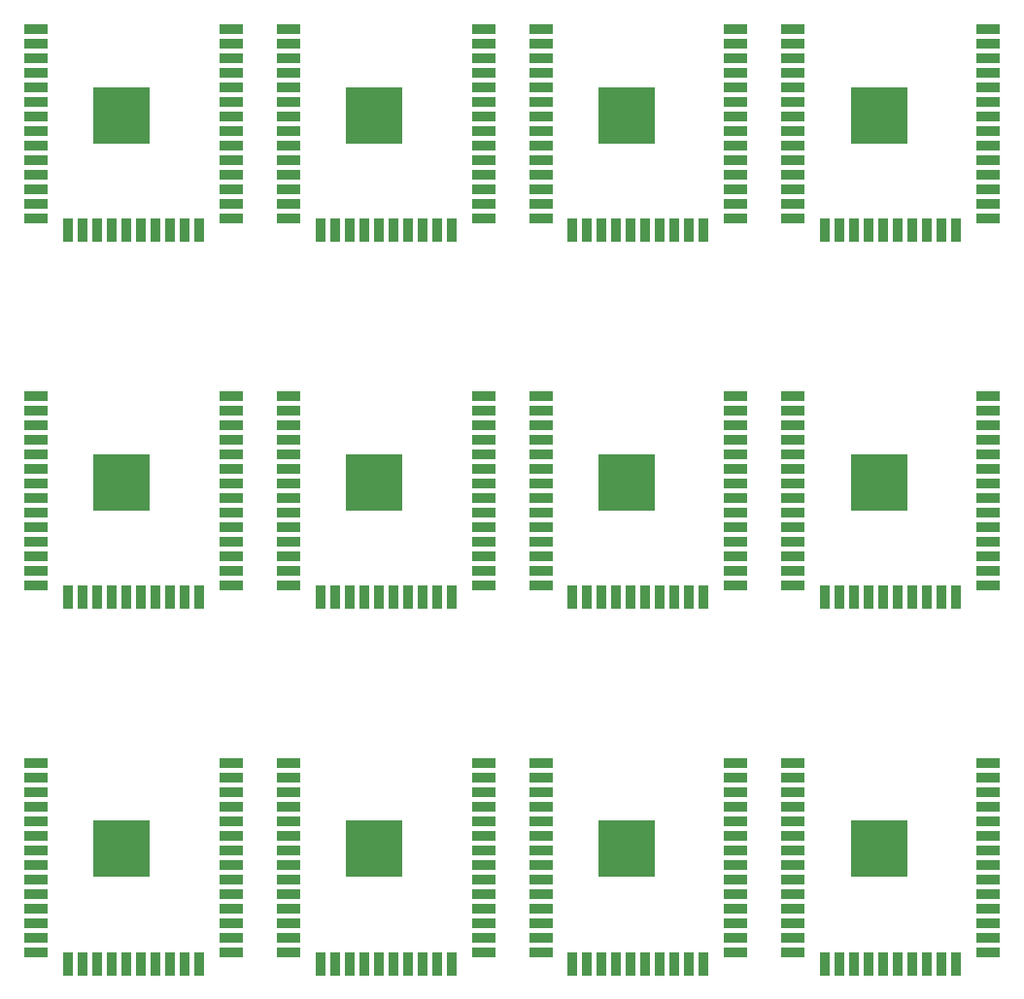
<source format=gts>
%MOIN*%
%OFA0B0*%
%FSLAX46Y46*%
%IPPOS*%
%LPD*%
%ADD10R,0.19685039370078741X0.19685039370078741*%
%ADD11R,0.07874015748031496X0.035433070866141732*%
%ADD12R,0.035433070866141732X0.07874015748031496*%
%ADD23R,0.19685039370078741X0.19685039370078741*%
%ADD24R,0.07874015748031496X0.035433070866141732*%
%ADD25R,0.035433070866141732X0.07874015748031496*%
%ADD26R,0.19685039370078741X0.19685039370078741*%
%ADD27R,0.07874015748031496X0.035433070866141732*%
%ADD28R,0.035433070866141732X0.07874015748031496*%
%ADD29R,0.19685039370078741X0.19685039370078741*%
%ADD30R,0.07874015748031496X0.035433070866141732*%
%ADD31R,0.035433070866141732X0.07874015748031496*%
%ADD32R,0.19685039370078741X0.19685039370078741*%
%ADD33R,0.07874015748031496X0.035433070866141732*%
%ADD34R,0.035433070866141732X0.07874015748031496*%
%ADD35R,0.19685039370078741X0.19685039370078741*%
%ADD36R,0.07874015748031496X0.035433070866141732*%
%ADD37R,0.035433070866141732X0.07874015748031496*%
%ADD38R,0.19685039370078741X0.19685039370078741*%
%ADD39R,0.07874015748031496X0.035433070866141732*%
%ADD40R,0.035433070866141732X0.07874015748031496*%
%ADD41R,0.19685039370078741X0.19685039370078741*%
%ADD42R,0.07874015748031496X0.035433070866141732*%
%ADD43R,0.035433070866141732X0.07874015748031496*%
%ADD44R,0.19685039370078741X0.19685039370078741*%
%ADD45R,0.07874015748031496X0.035433070866141732*%
%ADD46R,0.035433070866141732X0.07874015748031496*%
%ADD47R,0.19685039370078741X0.19685039370078741*%
%ADD48R,0.07874015748031496X0.035433070866141732*%
%ADD49R,0.035433070866141732X0.07874015748031496*%
%ADD50R,0.19685039370078741X0.19685039370078741*%
%ADD51R,0.07874015748031496X0.035433070866141732*%
%ADD52R,0.035433070866141732X0.07874015748031496*%
%ADD53R,0.19685039370078741X0.19685039370078741*%
%ADD54R,0.07874015748031496X0.035433070866141732*%
%ADD55R,0.035433070866141732X0.07874015748031496*%
G01*
D10*
X-0003937007Y0005905511D02*
X0000354330Y0000541535D03*
D11*
X0000059055Y0000836810D03*
X0000059055Y0000786811D03*
X0000059055Y0000736811D03*
X0000059055Y0000686810D03*
X0000059055Y0000636811D03*
X0000059055Y0000586811D03*
X0000059055Y0000536810D03*
X0000059055Y0000486811D03*
X0000059055Y0000436810D03*
X0000059055Y0000386810D03*
X0000059055Y0000336811D03*
X0000059055Y0000286810D03*
X0000059055Y0000236810D03*
X0000059055Y0000186811D03*
D12*
X0000168700Y0000147440D03*
X0000218700Y0000147440D03*
X0000268700Y0000147440D03*
X0000318700Y0000147440D03*
X0000368700Y0000147440D03*
X0000418700Y0000147440D03*
X0000468700Y0000147440D03*
X0000518700Y0000147440D03*
X0000568700Y0000147440D03*
X0000618700Y0000147440D03*
D11*
X0000728346Y0000186811D03*
X0000728346Y0000236810D03*
X0000728346Y0000286810D03*
X0000728346Y0000336811D03*
X0000728346Y0000386810D03*
X0000728346Y0000436810D03*
X0000728346Y0000486811D03*
X0000728346Y0000536810D03*
X0000728346Y0000586811D03*
X0000728346Y0000636811D03*
X0000728346Y0000686810D03*
X0000728346Y0000736811D03*
X0000728346Y0000786811D03*
X0000728346Y0000836810D03*
G04 next file*
G04 #@! TF.GenerationSoftware,KiCad,Pcbnew,(5.1.10)-1*
G04 #@! TF.CreationDate,2021-06-29T15:19:49+09:00*
G04 #@! TF.ProjectId,BLE_PPG_v1.1,424c455f-5050-4475-9f76-312e312e6b69,rev?*
G04 #@! TF.SameCoordinates,Original*
G04 #@! TF.FileFunction,Soldermask,Top*
G04 #@! TF.FilePolarity,Negative*
G04 Gerber Fmt 4.6, Leading zero omitted, Abs format (unit mm)*
G04 Created by KiCad (PCBNEW (5.1.10)-1) date 2021-06-29 15:19:49*
G01*
G04 APERTURE LIST*
G04 APERTURE END LIST*
D23*
X-0002204724Y0007165354D02*
X0002086614Y0001801377D03*
D24*
X0001791338Y0002096653D03*
X0001791338Y0002046653D03*
X0001791338Y0001996653D03*
X0001791338Y0001946653D03*
X0001791338Y0001896653D03*
X0001791338Y0001846653D03*
X0001791338Y0001796653D03*
X0001791338Y0001746653D03*
X0001791338Y0001696653D03*
X0001791338Y0001646653D03*
X0001791338Y0001596653D03*
X0001791338Y0001546653D03*
X0001791338Y0001496653D03*
X0001791338Y0001446653D03*
D25*
X0001900984Y0001407283D03*
X0001950984Y0001407283D03*
X0002000984Y0001407283D03*
X0002050984Y0001407283D03*
X0002100984Y0001407283D03*
X0002150984Y0001407283D03*
X0002200984Y0001407283D03*
X0002250984Y0001407283D03*
X0002300984Y0001407283D03*
X0002350984Y0001407283D03*
D24*
X0002460629Y0001446653D03*
X0002460629Y0001496653D03*
X0002460629Y0001546653D03*
X0002460629Y0001596653D03*
X0002460629Y0001646653D03*
X0002460629Y0001696653D03*
X0002460629Y0001746653D03*
X0002460629Y0001796653D03*
X0002460629Y0001846653D03*
X0002460629Y0001896653D03*
X0002460629Y0001946653D03*
X0002460629Y0001996653D03*
X0002460629Y0002046653D03*
X0002460629Y0002096653D03*
G04 next file*
G04 #@! TF.GenerationSoftware,KiCad,Pcbnew,(5.1.10)-1*
G04 #@! TF.CreationDate,2021-06-29T14:50:17+09:00*
G04 #@! TF.ProjectId,ble_spo2_dgmif,626c655f-7370-46f3-925f-64676d69662e,rev?*
G04 #@! TF.SameCoordinates,Original*
G04 #@! TF.FileFunction,Soldermask,Top*
G04 #@! TF.FilePolarity,Negative*
G04 Gerber Fmt 4.6, Leading zero omitted, Abs format (unit mm)*
G04 Created by KiCad (PCBNEW (5.1.10)-1) date 2021-06-29 14:50:17*
G01*
G04 APERTURE LIST*
G04 APERTURE END LIST*
D26*
X-0003937007Y0007165354D02*
X0000354330Y0001801377D03*
D27*
X0000059055Y0002096653D03*
X0000059055Y0002046653D03*
X0000059055Y0001996653D03*
X0000059055Y0001946653D03*
X0000059055Y0001896653D03*
X0000059055Y0001846653D03*
X0000059055Y0001796653D03*
X0000059055Y0001746653D03*
X0000059055Y0001696653D03*
X0000059055Y0001646653D03*
X0000059055Y0001596653D03*
X0000059055Y0001546653D03*
X0000059055Y0001496653D03*
X0000059055Y0001446653D03*
D28*
X0000168700Y0001407283D03*
X0000218700Y0001407283D03*
X0000268700Y0001407283D03*
X0000318700Y0001407283D03*
X0000368700Y0001407283D03*
X0000418700Y0001407283D03*
X0000468700Y0001407283D03*
X0000518700Y0001407283D03*
X0000568700Y0001407283D03*
X0000618700Y0001407283D03*
D27*
X0000728346Y0001446653D03*
X0000728346Y0001496653D03*
X0000728346Y0001546653D03*
X0000728346Y0001596653D03*
X0000728346Y0001646653D03*
X0000728346Y0001696653D03*
X0000728346Y0001746653D03*
X0000728346Y0001796653D03*
X0000728346Y0001846653D03*
X0000728346Y0001896653D03*
X0000728346Y0001946653D03*
X0000728346Y0001996653D03*
X0000728346Y0002046653D03*
X0000728346Y0002096653D03*
G04 next file*
G04 #@! TF.GenerationSoftware,KiCad,Pcbnew,(5.1.10)-1*
G04 #@! TF.CreationDate,2021-06-29T14:50:17+09:00*
G04 #@! TF.ProjectId,ble_spo2_dgmif,626c655f-7370-46f3-925f-64676d69662e,rev?*
G04 #@! TF.SameCoordinates,Original*
G04 #@! TF.FileFunction,Soldermask,Top*
G04 #@! TF.FilePolarity,Negative*
G04 Gerber Fmt 4.6, Leading zero omitted, Abs format (unit mm)*
G04 Created by KiCad (PCBNEW (5.1.10)-1) date 2021-06-29 14:50:17*
G01*
G04 APERTURE LIST*
G04 APERTURE END LIST*
D29*
X-0003070866Y0005905511D02*
X0001220472Y0000541535D03*
D30*
X0000925196Y0000836810D03*
X0000925196Y0000786811D03*
X0000925196Y0000736811D03*
X0000925196Y0000686810D03*
X0000925196Y0000636811D03*
X0000925196Y0000586811D03*
X0000925196Y0000536810D03*
X0000925196Y0000486811D03*
X0000925196Y0000436810D03*
X0000925196Y0000386810D03*
X0000925196Y0000336811D03*
X0000925196Y0000286810D03*
X0000925196Y0000236810D03*
X0000925196Y0000186811D03*
D31*
X0001034842Y0000147440D03*
X0001084842Y0000147440D03*
X0001134842Y0000147440D03*
X0001184842Y0000147440D03*
X0001234842Y0000147440D03*
X0001284842Y0000147440D03*
X0001334842Y0000147440D03*
X0001384842Y0000147440D03*
X0001434842Y0000147440D03*
X0001484842Y0000147440D03*
D30*
X0001594488Y0000186811D03*
X0001594488Y0000236810D03*
X0001594488Y0000286810D03*
X0001594488Y0000336811D03*
X0001594488Y0000386810D03*
X0001594488Y0000436810D03*
X0001594488Y0000486811D03*
X0001594488Y0000536810D03*
X0001594488Y0000586811D03*
X0001594488Y0000636811D03*
X0001594488Y0000686810D03*
X0001594488Y0000736811D03*
X0001594488Y0000786811D03*
X0001594488Y0000836810D03*
G04 next file*
G04 #@! TF.GenerationSoftware,KiCad,Pcbnew,(5.1.10)-1*
G04 #@! TF.CreationDate,2021-06-29T15:19:49+09:00*
G04 #@! TF.ProjectId,BLE_PPG_v1.1,424c455f-5050-4475-9f76-312e312e6b69,rev?*
G04 #@! TF.SameCoordinates,Original*
G04 #@! TF.FileFunction,Soldermask,Top*
G04 #@! TF.FilePolarity,Negative*
G04 Gerber Fmt 4.6, Leading zero omitted, Abs format (unit mm)*
G04 Created by KiCad (PCBNEW (5.1.10)-1) date 2021-06-29 15:19:49*
G01*
G04 APERTURE LIST*
G04 APERTURE END LIST*
D32*
X-0002204724Y0005905511D02*
X0002086614Y0000541535D03*
D33*
X0001791338Y0000836810D03*
X0001791338Y0000786811D03*
X0001791338Y0000736811D03*
X0001791338Y0000686810D03*
X0001791338Y0000636811D03*
X0001791338Y0000586811D03*
X0001791338Y0000536810D03*
X0001791338Y0000486811D03*
X0001791338Y0000436810D03*
X0001791338Y0000386810D03*
X0001791338Y0000336811D03*
X0001791338Y0000286810D03*
X0001791338Y0000236810D03*
X0001791338Y0000186811D03*
D34*
X0001900984Y0000147440D03*
X0001950984Y0000147440D03*
X0002000984Y0000147440D03*
X0002050984Y0000147440D03*
X0002100984Y0000147440D03*
X0002150984Y0000147440D03*
X0002200984Y0000147440D03*
X0002250984Y0000147440D03*
X0002300984Y0000147440D03*
X0002350984Y0000147440D03*
D33*
X0002460629Y0000186811D03*
X0002460629Y0000236810D03*
X0002460629Y0000286810D03*
X0002460629Y0000336811D03*
X0002460629Y0000386810D03*
X0002460629Y0000436810D03*
X0002460629Y0000486811D03*
X0002460629Y0000536810D03*
X0002460629Y0000586811D03*
X0002460629Y0000636811D03*
X0002460629Y0000686810D03*
X0002460629Y0000736811D03*
X0002460629Y0000786811D03*
X0002460629Y0000836810D03*
G04 next file*
G04 #@! TF.GenerationSoftware,KiCad,Pcbnew,(5.1.10)-1*
G04 #@! TF.CreationDate,2021-06-29T15:19:49+09:00*
G04 #@! TF.ProjectId,BLE_PPG_v1.1,424c455f-5050-4475-9f76-312e312e6b69,rev?*
G04 #@! TF.SameCoordinates,Original*
G04 #@! TF.FileFunction,Soldermask,Top*
G04 #@! TF.FilePolarity,Negative*
G04 Gerber Fmt 4.6, Leading zero omitted, Abs format (unit mm)*
G04 Created by KiCad (PCBNEW (5.1.10)-1) date 2021-06-29 15:19:49*
G01*
G04 APERTURE LIST*
G04 APERTURE END LIST*
D35*
X-0001338582Y0005905511D02*
X0002952755Y0000541535D03*
D36*
X0002657480Y0000836810D03*
X0002657480Y0000786811D03*
X0002657480Y0000736811D03*
X0002657480Y0000686810D03*
X0002657480Y0000636811D03*
X0002657480Y0000586811D03*
X0002657480Y0000536810D03*
X0002657480Y0000486811D03*
X0002657480Y0000436810D03*
X0002657480Y0000386810D03*
X0002657480Y0000336811D03*
X0002657480Y0000286810D03*
X0002657480Y0000236810D03*
X0002657480Y0000186811D03*
D37*
X0002767125Y0000147440D03*
X0002817125Y0000147440D03*
X0002867125Y0000147440D03*
X0002917125Y0000147440D03*
X0002967125Y0000147440D03*
X0003017125Y0000147440D03*
X0003067125Y0000147440D03*
X0003117125Y0000147440D03*
X0003167125Y0000147440D03*
X0003217125Y0000147440D03*
D36*
X0003326771Y0000186811D03*
X0003326771Y0000236810D03*
X0003326771Y0000286810D03*
X0003326771Y0000336811D03*
X0003326771Y0000386810D03*
X0003326771Y0000436810D03*
X0003326771Y0000486811D03*
X0003326771Y0000536810D03*
X0003326771Y0000586811D03*
X0003326771Y0000636811D03*
X0003326771Y0000686810D03*
X0003326771Y0000736811D03*
X0003326771Y0000786811D03*
X0003326771Y0000836810D03*
G04 next file*
G04 #@! TF.GenerationSoftware,KiCad,Pcbnew,(5.1.10)-1*
G04 #@! TF.CreationDate,2021-06-29T14:50:17+09:00*
G04 #@! TF.ProjectId,ble_spo2_dgmif,626c655f-7370-46f3-925f-64676d69662e,rev?*
G04 #@! TF.SameCoordinates,Original*
G04 #@! TF.FileFunction,Soldermask,Top*
G04 #@! TF.FilePolarity,Negative*
G04 Gerber Fmt 4.6, Leading zero omitted, Abs format (unit mm)*
G04 Created by KiCad (PCBNEW (5.1.10)-1) date 2021-06-29 14:50:17*
G01*
G04 APERTURE LIST*
G04 APERTURE END LIST*
D38*
X-0003070866Y0007165354D02*
X0001220472Y0001801377D03*
D39*
X0000925196Y0002096653D03*
X0000925196Y0002046653D03*
X0000925196Y0001996653D03*
X0000925196Y0001946653D03*
X0000925196Y0001896653D03*
X0000925196Y0001846653D03*
X0000925196Y0001796653D03*
X0000925196Y0001746653D03*
X0000925196Y0001696653D03*
X0000925196Y0001646653D03*
X0000925196Y0001596653D03*
X0000925196Y0001546653D03*
X0000925196Y0001496653D03*
X0000925196Y0001446653D03*
D40*
X0001034842Y0001407283D03*
X0001084842Y0001407283D03*
X0001134842Y0001407283D03*
X0001184842Y0001407283D03*
X0001234842Y0001407283D03*
X0001284842Y0001407283D03*
X0001334842Y0001407283D03*
X0001384842Y0001407283D03*
X0001434842Y0001407283D03*
X0001484842Y0001407283D03*
D39*
X0001594488Y0001446653D03*
X0001594488Y0001496653D03*
X0001594488Y0001546653D03*
X0001594488Y0001596653D03*
X0001594488Y0001646653D03*
X0001594488Y0001696653D03*
X0001594488Y0001746653D03*
X0001594488Y0001796653D03*
X0001594488Y0001846653D03*
X0001594488Y0001896653D03*
X0001594488Y0001946653D03*
X0001594488Y0001996653D03*
X0001594488Y0002046653D03*
X0001594488Y0002096653D03*
G04 next file*
G04 #@! TF.GenerationSoftware,KiCad,Pcbnew,(5.1.10)-1*
G04 #@! TF.CreationDate,2021-06-29T15:19:49+09:00*
G04 #@! TF.ProjectId,BLE_PPG_v1.1,424c455f-5050-4475-9f76-312e312e6b69,rev?*
G04 #@! TF.SameCoordinates,Original*
G04 #@! TF.FileFunction,Soldermask,Top*
G04 #@! TF.FilePolarity,Negative*
G04 Gerber Fmt 4.6, Leading zero omitted, Abs format (unit mm)*
G04 Created by KiCad (PCBNEW (5.1.10)-1) date 2021-06-29 15:19:49*
G01*
G04 APERTURE LIST*
G04 APERTURE END LIST*
D41*
X-0001338582Y0007165354D02*
X0002952755Y0001801377D03*
D42*
X0002657480Y0002096653D03*
X0002657480Y0002046653D03*
X0002657480Y0001996653D03*
X0002657480Y0001946653D03*
X0002657480Y0001896653D03*
X0002657480Y0001846653D03*
X0002657480Y0001796653D03*
X0002657480Y0001746653D03*
X0002657480Y0001696653D03*
X0002657480Y0001646653D03*
X0002657480Y0001596653D03*
X0002657480Y0001546653D03*
X0002657480Y0001496653D03*
X0002657480Y0001446653D03*
D43*
X0002767125Y0001407283D03*
X0002817125Y0001407283D03*
X0002867125Y0001407283D03*
X0002917125Y0001407283D03*
X0002967125Y0001407283D03*
X0003017125Y0001407283D03*
X0003067125Y0001407283D03*
X0003117125Y0001407283D03*
X0003167125Y0001407283D03*
X0003217125Y0001407283D03*
D42*
X0003326771Y0001446653D03*
X0003326771Y0001496653D03*
X0003326771Y0001546653D03*
X0003326771Y0001596653D03*
X0003326771Y0001646653D03*
X0003326771Y0001696653D03*
X0003326771Y0001746653D03*
X0003326771Y0001796653D03*
X0003326771Y0001846653D03*
X0003326771Y0001896653D03*
X0003326771Y0001946653D03*
X0003326771Y0001996653D03*
X0003326771Y0002046653D03*
X0003326771Y0002096653D03*
G04 next file*
G04 #@! TF.GenerationSoftware,KiCad,Pcbnew,(5.1.10)-1*
G04 #@! TF.CreationDate,2021-06-29T14:50:17+09:00*
G04 #@! TF.ProjectId,ble_spo2_dgmif,626c655f-7370-46f3-925f-64676d69662e,rev?*
G04 #@! TF.SameCoordinates,Original*
G04 #@! TF.FileFunction,Soldermask,Top*
G04 #@! TF.FilePolarity,Negative*
G04 Gerber Fmt 4.6, Leading zero omitted, Abs format (unit mm)*
G04 Created by KiCad (PCBNEW (5.1.10)-1) date 2021-06-29 14:50:17*
G01*
G04 APERTURE LIST*
G04 APERTURE END LIST*
D44*
X-0003937007Y0008425196D02*
X0000354330Y0003061220D03*
D45*
X0000059055Y0003356496D03*
X0000059055Y0003306496D03*
X0000059055Y0003256496D03*
X0000059055Y0003206496D03*
X0000059055Y0003156496D03*
X0000059055Y0003106496D03*
X0000059055Y0003056496D03*
X0000059055Y0003006496D03*
X0000059055Y0002956496D03*
X0000059055Y0002906496D03*
X0000059055Y0002856496D03*
X0000059055Y0002806496D03*
X0000059055Y0002756496D03*
X0000059055Y0002706496D03*
D46*
X0000168700Y0002667125D03*
X0000218700Y0002667125D03*
X0000268700Y0002667125D03*
X0000318700Y0002667125D03*
X0000368700Y0002667125D03*
X0000418700Y0002667125D03*
X0000468700Y0002667125D03*
X0000518700Y0002667125D03*
X0000568700Y0002667125D03*
X0000618700Y0002667125D03*
D45*
X0000728346Y0002706496D03*
X0000728346Y0002756496D03*
X0000728346Y0002806496D03*
X0000728346Y0002856496D03*
X0000728346Y0002906496D03*
X0000728346Y0002956496D03*
X0000728346Y0003006496D03*
X0000728346Y0003056496D03*
X0000728346Y0003106496D03*
X0000728346Y0003156496D03*
X0000728346Y0003206496D03*
X0000728346Y0003256496D03*
X0000728346Y0003306496D03*
X0000728346Y0003356496D03*
G04 next file*
G04 #@! TF.GenerationSoftware,KiCad,Pcbnew,(5.1.10)-1*
G04 #@! TF.CreationDate,2021-06-29T14:50:17+09:00*
G04 #@! TF.ProjectId,ble_spo2_dgmif,626c655f-7370-46f3-925f-64676d69662e,rev?*
G04 #@! TF.SameCoordinates,Original*
G04 #@! TF.FileFunction,Soldermask,Top*
G04 #@! TF.FilePolarity,Negative*
G04 Gerber Fmt 4.6, Leading zero omitted, Abs format (unit mm)*
G04 Created by KiCad (PCBNEW (5.1.10)-1) date 2021-06-29 14:50:17*
G01*
G04 APERTURE LIST*
G04 APERTURE END LIST*
D47*
X-0003070866Y0008425196D02*
X0001220472Y0003061220D03*
D48*
X0000925196Y0003356496D03*
X0000925196Y0003306496D03*
X0000925196Y0003256496D03*
X0000925196Y0003206496D03*
X0000925196Y0003156496D03*
X0000925196Y0003106496D03*
X0000925196Y0003056496D03*
X0000925196Y0003006496D03*
X0000925196Y0002956496D03*
X0000925196Y0002906496D03*
X0000925196Y0002856496D03*
X0000925196Y0002806496D03*
X0000925196Y0002756496D03*
X0000925196Y0002706496D03*
D49*
X0001034842Y0002667125D03*
X0001084842Y0002667125D03*
X0001134842Y0002667125D03*
X0001184842Y0002667125D03*
X0001234842Y0002667125D03*
X0001284842Y0002667125D03*
X0001334842Y0002667125D03*
X0001384842Y0002667125D03*
X0001434842Y0002667125D03*
X0001484842Y0002667125D03*
D48*
X0001594488Y0002706496D03*
X0001594488Y0002756496D03*
X0001594488Y0002806496D03*
X0001594488Y0002856496D03*
X0001594488Y0002906496D03*
X0001594488Y0002956496D03*
X0001594488Y0003006496D03*
X0001594488Y0003056496D03*
X0001594488Y0003106496D03*
X0001594488Y0003156496D03*
X0001594488Y0003206496D03*
X0001594488Y0003256496D03*
X0001594488Y0003306496D03*
X0001594488Y0003356496D03*
G04 next file*
G04 #@! TF.GenerationSoftware,KiCad,Pcbnew,(5.1.10)-1*
G04 #@! TF.CreationDate,2021-06-29T15:19:49+09:00*
G04 #@! TF.ProjectId,BLE_PPG_v1.1,424c455f-5050-4475-9f76-312e312e6b69,rev?*
G04 #@! TF.SameCoordinates,Original*
G04 #@! TF.FileFunction,Soldermask,Top*
G04 #@! TF.FilePolarity,Negative*
G04 Gerber Fmt 4.6, Leading zero omitted, Abs format (unit mm)*
G04 Created by KiCad (PCBNEW (5.1.10)-1) date 2021-06-29 15:19:49*
G01*
G04 APERTURE LIST*
G04 APERTURE END LIST*
D50*
X-0002204724Y0008425196D02*
X0002086614Y0003061220D03*
D51*
X0001791338Y0003356496D03*
X0001791338Y0003306496D03*
X0001791338Y0003256496D03*
X0001791338Y0003206496D03*
X0001791338Y0003156496D03*
X0001791338Y0003106496D03*
X0001791338Y0003056496D03*
X0001791338Y0003006496D03*
X0001791338Y0002956496D03*
X0001791338Y0002906496D03*
X0001791338Y0002856496D03*
X0001791338Y0002806496D03*
X0001791338Y0002756496D03*
X0001791338Y0002706496D03*
D52*
X0001900984Y0002667125D03*
X0001950984Y0002667125D03*
X0002000984Y0002667125D03*
X0002050984Y0002667125D03*
X0002100984Y0002667125D03*
X0002150984Y0002667125D03*
X0002200984Y0002667125D03*
X0002250984Y0002667125D03*
X0002300984Y0002667125D03*
X0002350984Y0002667125D03*
D51*
X0002460629Y0002706496D03*
X0002460629Y0002756496D03*
X0002460629Y0002806496D03*
X0002460629Y0002856496D03*
X0002460629Y0002906496D03*
X0002460629Y0002956496D03*
X0002460629Y0003006496D03*
X0002460629Y0003056496D03*
X0002460629Y0003106496D03*
X0002460629Y0003156496D03*
X0002460629Y0003206496D03*
X0002460629Y0003256496D03*
X0002460629Y0003306496D03*
X0002460629Y0003356496D03*
G04 next file*
G04 #@! TF.GenerationSoftware,KiCad,Pcbnew,(5.1.10)-1*
G04 #@! TF.CreationDate,2021-06-29T15:19:49+09:00*
G04 #@! TF.ProjectId,BLE_PPG_v1.1,424c455f-5050-4475-9f76-312e312e6b69,rev?*
G04 #@! TF.SameCoordinates,Original*
G04 #@! TF.FileFunction,Soldermask,Top*
G04 #@! TF.FilePolarity,Negative*
G04 Gerber Fmt 4.6, Leading zero omitted, Abs format (unit mm)*
G04 Created by KiCad (PCBNEW (5.1.10)-1) date 2021-06-29 15:19:49*
G01*
G04 APERTURE LIST*
G04 APERTURE END LIST*
D53*
X-0001338582Y0008425196D02*
X0002952755Y0003061220D03*
D54*
X0002657480Y0003356496D03*
X0002657480Y0003306496D03*
X0002657480Y0003256496D03*
X0002657480Y0003206496D03*
X0002657480Y0003156496D03*
X0002657480Y0003106496D03*
X0002657480Y0003056496D03*
X0002657480Y0003006496D03*
X0002657480Y0002956496D03*
X0002657480Y0002906496D03*
X0002657480Y0002856496D03*
X0002657480Y0002806496D03*
X0002657480Y0002756496D03*
X0002657480Y0002706496D03*
D55*
X0002767125Y0002667125D03*
X0002817125Y0002667125D03*
X0002867125Y0002667125D03*
X0002917125Y0002667125D03*
X0002967125Y0002667125D03*
X0003017125Y0002667125D03*
X0003067125Y0002667125D03*
X0003117125Y0002667125D03*
X0003167125Y0002667125D03*
X0003217125Y0002667125D03*
D54*
X0003326771Y0002706496D03*
X0003326771Y0002756496D03*
X0003326771Y0002806496D03*
X0003326771Y0002856496D03*
X0003326771Y0002906496D03*
X0003326771Y0002956496D03*
X0003326771Y0003006496D03*
X0003326771Y0003056496D03*
X0003326771Y0003106496D03*
X0003326771Y0003156496D03*
X0003326771Y0003206496D03*
X0003326771Y0003256496D03*
X0003326771Y0003306496D03*
X0003326771Y0003356496D03*
M02*
</source>
